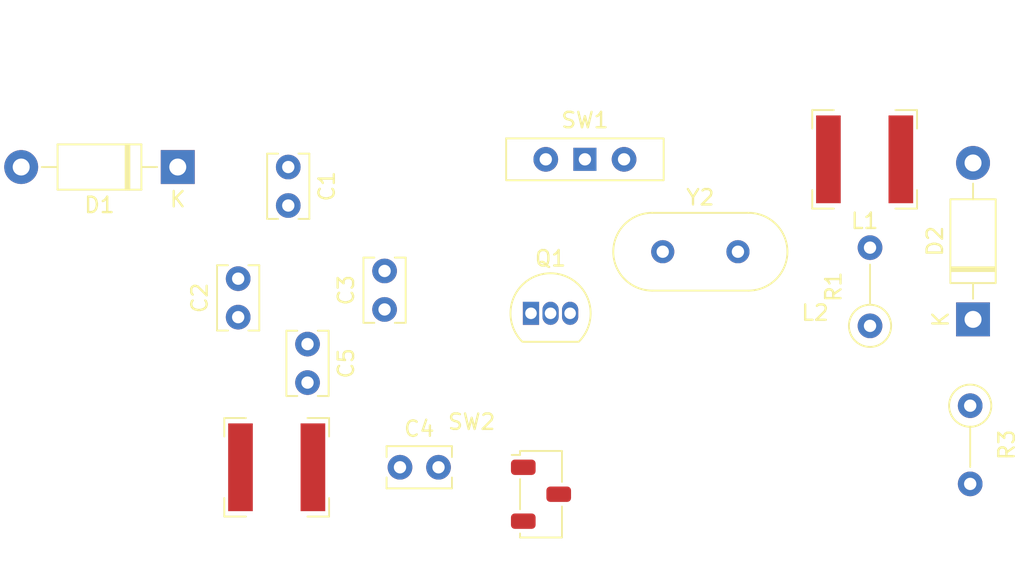
<source format=kicad_pcb>
(kicad_pcb (version 20240108) (generator "pcbnew") (generator_version "8.0")
  (layers (0 "F.Cu" signal) (31 "B.Cu" signal) (34 "B.Paste" user) (35 "F.Paste" user) (36 "B.SilkS" user "B.Silkscreen") (37 "F.SilkS" user "F.Silkscreen") (38 "B.Mask" user) (39 "F.Mask" user) (44 "Edge.Cuts" user))
  (net 0 "")
  (net 1 "Net-(D1-K)")
  (net 2 "Earth")
  (net 3 "Net-(C2-Pad1)")
  (net 4 "Net-(Q1-E)")
  (net 5 "Net-(J1-In)")
  (net 6 "Net-(Q1-C)")
  (net 7 "Net-(D1-A)")
  (net 8 "Net-(D2-A)")
  (net 9 "Net-(D2-K)")
  (net 10 "Net-(Q1-B)")
  (footprint "Resistor_THT:R_Axial_DIN0207_L6.3mm_D2.5mm_P5.08mm_Vertical" (layer "F.Cu") (at 169 75.815 90)
    (property "Reference" "R1" (at 2.54 -2.37 90) (layer "F.SilkS"))
    (property "Value" "R")
    (fp_line (start 1.37 0) (end 3.98 0) (stroke (width 0.12)) (layer "F.SilkS"))
    (fp_circle (center 0 0) (end 1.37 0) (stroke (width 0.12)) (fill none) (layer "F.SilkS"))
    (pad "1" thru_hole circle (at 0 0 90) (size 1.6 1.6) (drill 0.8) (layers "*.Cu" "*.Mask") (net 10 "Net-(Q1-B)"))
    (pad "2" thru_hole oval (at 5.08 0 90) (size 1.6 1.6) (drill 0.8) (layers "*.Cu" "*.Mask") (net 8 "Net-(D2-A)"))
  )
  (footprint "Capacitor_THT:C_Rect_L4.0mm_W2.5mm_P2.50mm" (layer "F.Cu") (at 131.25 65.5 -90)
    (property "Reference" "C1" (at 1.25 -2.5 90) (layer "F.SilkS"))
    (property "Value" "C")
    (fp_line (start -0.87 1.37) (end 3.37 1.37) (stroke (width 0.12)) (layer "F.SilkS"))
    (fp_line (start -0.87 0.665) (end -0.87 1.37) (stroke (width 0.12)) (layer "F.SilkS"))
    (fp_line (start 3.37 0.665) (end 3.37 1.37) (stroke (width 0.12)) (layer "F.SilkS"))
    (fp_line (start -0.87 -1.37) (end -0.87 -0.665) (stroke (width 0.12)) (layer "F.SilkS"))
    (fp_line (start -0.87 -1.37) (end 3.37 -1.37) (stroke (width 0.12)) (layer "F.SilkS"))
    (fp_line (start 3.37 -1.37) (end 3.37 -0.665) (stroke (width 0.12)) (layer "F.SilkS"))
    (pad "1" thru_hole circle (at 0 0 270) (size 1.6 1.6) (drill 0.8) (layers "*.Cu" "*.Mask") (net 1 "Net-(D1-K)"))
    (pad "2" thru_hole circle (at 2.5 0 270) (size 1.6 1.6) (drill 0.8) (layers "*.Cu" "*.Mask") (net 2 "Earth"))
  )
  (footprint "Button_Switch_SMD:Nidec_Copal_CAS-120A" (layer "F.Cu") (at 147.65 86.75)
    (property "Reference" "SW2" (at -4.5 -4.7 0) (layer "F.SilkS"))
    (property "Value" "SW_Nidec_CAS-120A1")
    (fp_line (start -1.36 -2.81) (end 1.36 -2.81) (stroke (width 0.12)) (layer "F.SilkS"))
    (fp_line (start -1.36 -2.55) (end -1.9 -2.55) (stroke (width 0.12)) (layer "F.SilkS"))
    (fp_line (start -1.36 -2.55) (end -1.36 -2.8) (stroke (width 0.12)) (layer "F.SilkS"))
    (fp_line (start -1.36 -0.98) (end -1.36 0.98) (stroke (width 0.12)) (layer "F.SilkS"))
    (fp_line (start -1.36 2.81) (end -1.36 2.55) (stroke (width 0.12)) (layer "F.SilkS"))
    (fp_line (start 1.35 2.81) (end -1.35 2.81) (stroke (width 0.12)) (layer "F.SilkS"))
    (fp_line (start 1.36 -2.81) (end 1.36 -0.8) (stroke (width 0.12)) (layer "F.SilkS"))
    (fp_line (start 1.36 0.8) (end 1.36 2.81) (stroke (width 0.12)) (layer "F.SilkS"))
    (pad "1" smd roundrect (at -1.15 -1.75 270) (size 1 1.6) (layers "F.Cu" "F.Paste" "F.Mask") (net 2 "Earth"))
    (pad "2" smd roundrect (at 1.15 0 270) (size 1 1.6) (layers "F.Cu" "F.Paste" "F.Mask") (net 4 "Net-(Q1-E)"))
    (pad "3" smd roundrect (at -1.15 1.75 270) (size 1 1.6) (layers "F.Cu" "F.Paste" "F.Mask"))
  )
  (footprint "Capacitor_THT:C_Rect_L4.0mm_W2.5mm_P2.50mm" (layer "F.Cu") (at 132.5 77 -90)
    (property "Reference" "C5" (at 1.25 -2.5 90) (layer "F.SilkS"))
    (property "Value" "C")
    (fp_line (start -0.87 1.37) (end 3.37 1.37) (stroke (width 0.12)) (layer "F.SilkS"))
    (fp_line (start -0.87 0.665) (end -0.87 1.37) (stroke (width 0.12)) (layer "F.SilkS"))
    (fp_line (start 3.37 0.665) (end 3.37 1.37) (stroke (width 0.12)) (layer "F.SilkS"))
    (fp_line (start -0.87 -1.37) (end -0.87 -0.665) (stroke (width 0.12)) (layer "F.SilkS"))
    (fp_line (start -0.87 -1.37) (end 3.37 -1.37) (stroke (width 0.12)) (layer "F.SilkS"))
    (fp_line (start 3.37 -1.37) (end 3.37 -0.665) (stroke (width 0.12)) (layer "F.SilkS"))
    (pad "1" thru_hole circle (at 0 0 270) (size 1.6 1.6) (drill 0.8) (layers "*.Cu" "*.Mask") (net 6 "Net-(Q1-C)"))
    (pad "2" thru_hole circle (at 2.5 0 270) (size 1.6 1.6) (drill 0.8) (layers "*.Cu" "*.Mask") (net 3 "Net-(C2-Pad1)"))
  )
  (footprint "Diode_THT:D_DO-41_SOD81_P10.16mm_Horizontal" (layer "F.Cu") (at 175.685 75.395 90)
    (property "Reference" "D2" (at 5.08 -2.47 90) (layer "F.SilkS"))
    (property "Value" "1N4001")
    (fp_line (start 7.8 -1.47) (end 2.36 -1.47) (stroke (width 0.12)) (layer "F.SilkS"))
    (fp_line (start 3.38 -1.47) (end 3.38 1.47) (stroke (width 0.12)) (layer "F.SilkS"))
    (fp_line (start 3.26 -1.47) (end 3.26 1.47) (stroke (width 0.12)) (layer "F.SilkS"))
    (fp_line (start 3.14 -1.47) (end 3.14 1.47) (stroke (width 0.12)) (layer "F.SilkS"))
    (fp_line (start 2.36 -1.47) (end 2.36 1.47) (stroke (width 0.12)) (layer "F.SilkS"))
    (fp_line (start 8.82 0) (end 7.8 0) (stroke (width 0.12)) (layer "F.SilkS"))
    (fp_line (start 1.34 0) (end 2.36 0) (stroke (width 0.12)) (layer "F.SilkS"))
    (fp_line (start 7.8 1.47) (end 7.8 -1.47) (stroke (width 0.12)) (layer "F.SilkS"))
    (fp_line (start 2.36 1.47) (end 7.8 1.47) (stroke (width 0.12)) (layer "F.SilkS"))
    (fp_text user "K" (at 0 -2.1 90) (layer "F.SilkS"))
    (pad "1" thru_hole rect (at 0 0 90) (size 2.2 2.2) (drill 1.1) (layers "*.Cu" "*.Mask") (net 9 "Net-(D2-K)"))
    (pad "2" thru_hole oval (at 10.16 0 90) (size 2.2 2.2) (drill 1.1) (layers "*.Cu" "*.Mask") (net 8 "Net-(D2-A)"))
  )
  (footprint "Package_TO_SOT_THT:TO-92_Inline" (layer "F.Cu") (at 147 75)
    (property "Reference" "Q1" (at 1.27 -3.56 0) (layer "F.SilkS"))
    (property "Value" "2N3906")
    (fp_line (start -0.53 1.85) (end 3.07 1.85) (stroke (width 0.12)) (layer "F.SilkS"))
    (fp_arc (start -0.568478 1.838478) (mid -1.132087 -0.994977) (end 1.27 -2.6) (stroke (width 0.12)) (layer "F.SilkS"))
    (fp_arc (start 1.27 -2.6) (mid 3.672087 -0.994977) (end 3.108478 1.838478) (stroke (width 0.12)) (layer "F.SilkS"))
    (pad "1" thru_hole rect (at 0 0) (size 1.05 1.5) (drill 0.75) (layers "*.Cu" "*.Mask") (net 4 "Net-(Q1-E)"))
    (pad "2" thru_hole oval (at 1.27 0) (size 1.05 1.5) (drill 0.75) (layers "*.Cu" "*.Mask") (net 10 "Net-(Q1-B)"))
    (pad "3" thru_hole oval (at 2.54 0) (size 1.05 1.5) (drill 0.75) (layers "*.Cu" "*.Mask") (net 6 "Net-(Q1-C)"))
  )
  (footprint "Diode_THT:D_DO-41_SOD81_P10.16mm_Horizontal" (layer "F.Cu") (at 124.08 65.5 180)
    (property "Reference" "D1" (at 5.08 -2.47 360) (layer "F.SilkS"))
    (property "Value" "1N4001")
    (fp_line (start 8.82 0) (end 7.8 0) (stroke (width 0.12)) (layer "F.SilkS"))
    (fp_line (start 7.8 1.47) (end 7.8 -1.47) (stroke (width 0.12)) (layer "F.SilkS"))
    (fp_line (start 7.8 -1.47) (end 2.36 -1.47) (stroke (width 0.12)) (layer "F.SilkS"))
    (fp_line (start 3.38 -1.47) (end 3.38 1.47) (stroke (width 0.12)) (layer "F.SilkS"))
    (fp_line (start 3.26 -1.47) (end 3.26 1.47) (stroke (width 0.12)) (layer "F.SilkS"))
    (fp_line (start 3.14 -1.47) (end 3.14 1.47) (stroke (width 0.12)) (layer "F.SilkS"))
    (fp_line (start 2.36 1.47) (end 7.8 1.47) (stroke (width 0.12)) (layer "F.SilkS"))
    (fp_line (start 2.36 -1.47) (end 2.36 1.47) (stroke (width 0.12)) (layer "F.SilkS"))
    (fp_line (start 1.34 0) (end 2.36 0) (stroke (width 0.12)) (layer "F.SilkS"))
    (fp_text user "K" (at 0 -2.1 360) (layer "F.SilkS"))
    (pad "1" thru_hole rect (at 0 0 180) (size 2.2 2.2) (drill 1.1) (layers "*.Cu" "*.Mask") (net 1 "Net-(D1-K)"))
    (pad "2" thru_hole oval (at 10.16 0 180) (size 2.2 2.2) (drill 1.1) (layers "*.Cu" "*.Mask") (net 7 "Net-(D1-A)"))
  )
  (footprint "Crystal:Crystal_HC49-U_Vertical" (layer "F.Cu") (at 155.55 71)
    (property "Reference" "Y2" (at 2.44 -3.525 0) (layer "F.SilkS"))
    (property "Value" "Crystal")
    (fp_line (start -0.685 -2.525) (end 5.565 -2.525) (stroke (width 0.12)) (layer "F.SilkS"))
    (fp_line (start -0.685 2.525) (end 5.565 2.525) (stroke (width 0.12)) (layer "F.SilkS"))
    (fp_arc (start -0.685 2.525) (mid -3.21 0) (end -0.685 -2.525) (stroke (width 0.12)) (layer "F.SilkS"))
    (fp_arc (start 5.565 -2.525) (mid 8.09 0) (end 5.565 2.525) (stroke (width 0.12)) (layer "F.SilkS"))
    (pad "1" thru_hole circle (at 0 0) (size 1.5 1.5) (drill 0.8) (layers "*.Cu" "*.Mask") (net 10 "Net-(Q1-B)"))
    (pad "2" thru_hole circle (at 4.88 0) (size 1.5 1.5) (drill 0.8) (layers "*.Cu" "*.Mask") (net 6 "Net-(Q1-C)"))
  )
  (footprint "Inductor_SMD:L_Bourns-SRN6028" (layer "F.Cu") (at 130.5 85)
    (property "Reference" "L2" (at 34.935 -10.035 0) (layer "F.SilkS"))
    (property "Value" "L")
    (fp_line (start -3.4 -3.2) (end -3.4 -2) (stroke (width 0.12)) (layer "F.SilkS"))
    (fp_line (start -3.4 -3.2) (end -2 -3.2) (stroke (width 0.12)) (layer "F.SilkS"))
    (fp_line (start -3.4 3.2) (end -3.4 2) (stroke (width 0.12)) (layer "F.SilkS"))
    (fp_line (start -3.4 3.2) (end -2 3.2) (stroke (width 0.12)) (layer "F.SilkS"))
    (fp_line (start 3.4 -3.2) (end 2 -3.2) (stroke (width 0.12)) (layer "F.SilkS"))
    (fp_line (start 3.4 -3.2) (end 3.4 -2) (stroke (width 0.12)) (layer "F.SilkS"))
    (fp_line (start 3.4 3.2) (end 2 3.2) (stroke (width 0.12)) (layer "F.SilkS"))
    (fp_line (start 3.4 3.2) (end 3.4 2) (stroke (width 0.12)) (layer "F.SilkS"))
    (pad "1" smd rect (at -2.35 0) (size 1.6 5.7) (layers "F.Cu" "F.Paste" "F.Mask") (net 3 "Net-(C2-Pad1)"))
    (pad "2" smd rect (at 2.35 0) (size 1.6 5.7) (layers "F.Cu" "F.Paste" "F.Mask") (net 5 "Net-(J1-In)"))
  )
  (footprint "Capacitor_THT:C_Rect_L4.0mm_W2.5mm_P2.50mm" (layer "F.Cu") (at 138.5 85)
    (property "Reference" "C4" (at 1.25 -2.5 0) (layer "F.SilkS"))
    (property "Value" "C")
    (fp_line (start -0.87 -1.37) (end -0.87 -0.665) (stroke (width 0.12)) (layer "F.SilkS"))
    (fp_line (start -0.87 -1.37) (end 3.37 -1.37) (stroke (width 0.12)) (layer "F.SilkS"))
    (fp_line (start -0.87 0.665) (end -0.87 1.37) (stroke (width 0.12)) (layer "F.SilkS"))
    (fp_line (start -0.87 1.37) (end 3.37 1.37) (stroke (width 0.12)) (layer "F.SilkS"))
    (fp_line (start 3.37 -1.37) (end 3.37 -0.665) (stroke (width 0.12)) (layer "F.SilkS"))
    (fp_line (start 3.37 0.665) (end 3.37 1.37) (stroke (width 0.12)) (layer "F.SilkS"))
    (pad "1" thru_hole circle (at 0 0) (size 1.6 1.6) (drill 0.8) (layers "*.Cu" "*.Mask") (net 5 "Net-(J1-In)"))
    (pad "2" thru_hole circle (at 2.5 0) (size 1.6 1.6) (drill 0.8) (layers "*.Cu" "*.Mask") (net 2 "Earth"))
  )
  (footprint "Button_Switch_THT:SW_Slide-03_Wuerth-WS-SLTV_10x2.5x6.4_P2.54mm" (layer "F.Cu") (at 150.5 65)
    (property "Reference" "SW1" (at 0 -2.54 0) (layer "F.SilkS"))
    (property "Value" "SW_Wuerth_450301014042")
    (fp_rect (start -5.11 -1.36) (end 5.11 1.36) (stroke (width 0.12)) (fill none) (layer "F.SilkS"))
    (pad "1" thru_hole rect (at 0 0) (size 1.5 1.5) (drill 0.8) (layers "*.Cu" "*.Mask") (net 1 "Net-(D1-K)"))
    (pad "2" thru_hole circle (at -2.54 0) (size 1.6 1.6) (drill 0.8) (layers "*.Cu" "*.Mask"))
    (pad "3" thru_hole circle (at 2.54 0) (size 1.6 1.6) (drill 0.8) (layers "*.Cu" "*.Mask") (net 8 "Net-(D2-A)"))
  )
  (footprint "Capacitor_THT:C_Rect_L4.0mm_W2.5mm_P2.50mm" (layer "F.Cu") (at 137.5 74.75 90)
    (property "Reference" "C3" (at 1.25 -2.5 90) (layer "F.SilkS"))
    (property "Value" "C")
    (fp_line (start 3.37 -1.37) (end 3.37 -0.665) (stroke (width 0.12)) (layer "F.SilkS"))
    (fp_line (start -0.87 -1.37) (end 3.37 -1.37) (stroke (width 0.12)) (layer "F.SilkS"))
    (fp_line (start -0.87 -1.37) (end -0.87 -0.665) (stroke (width 0.12)) (layer "F.SilkS"))
    (fp_line (start 3.37 0.665) (end 3.37 1.37) (stroke (width 0.12)) (layer "F.SilkS"))
    (fp_line (start -0.87 0.665) (end -0.87 1.37) (stroke (width 0.12)) (layer "F.SilkS"))
    (fp_line (start -0.87 1.37) (end 3.37 1.37) (stroke (width 0.12)) (layer "F.SilkS"))
    (pad "1" thru_hole circle (at 0 0 90) (size 1.6 1.6) (drill 0.8) (layers "*.Cu" "*.Mask") (net 4 "Net-(Q1-E)"))
    (pad "2" thru_hole circle (at 2.5 0 90) (size 1.6 1.6) (drill 0.8) (layers "*.Cu" "*.Mask") (net 2 "Earth"))
  )
  (footprint "Capacitor_THT:C_Rect_L4.0mm_W2.5mm_P2.50mm" (layer "F.Cu") (at 128 75.25 90)
    (property "Reference" "C2" (at 1.25 -2.5 90) (layer "F.SilkS"))
    (property "Value" "C")
    (fp_line (start 3.37 -1.37) (end 3.37 -0.665) (stroke (width 0.12)) (layer "F.SilkS"))
    (fp_line (start -0.87 -1.37) (end 3.37 -1.37) (stroke (width 0.12)) (layer "F.SilkS"))
    (fp_line (start -0.87 -1.37) (end -0.87 -0.665) (stroke (width 0.12)) (layer "F.SilkS"))
    (fp_line (start 3.37 0.665) (end 3.37 1.37) (stroke (width 0.12)) (layer "F.SilkS"))
    (fp_line (start -0.87 0.665) (end -0.87 1.37) (stroke (width 0.12)) (layer "F.SilkS"))
    (fp_line (start -0.87 1.37) (end 3.37 1.37) (stroke (width 0.12)) (layer "F.SilkS"))
    (pad "1" thru_hole circle (at 0 0 90) (size 1.6 1.6) (drill 0.8) (layers "*.Cu" "*.Mask") (net 3 "Net-(C2-Pad1)"))
    (pad "2" thru_hole circle (at 2.5 0 90) (size 1.6 1.6) (drill 0.8) (layers "*.Cu" "*.Mask") (net 2 "Earth"))
  )
  (footprint "Resistor_THT:R_Axial_DIN0207_L6.3mm_D2.5mm_P5.08mm_Vertical" (layer "F.Cu") (at 175.5 81 -90)
    (property "Reference" "R3" (at 2.54 -2.37 90) (layer "F.SilkS"))
    (property "Value" "R")
    (fp_line (start 1.37 0) (end 3.98 0) (stroke (width 0.12)) (layer "F.SilkS"))
    (fp_circle (center 0 0) (end 1.37 0) (stroke (width 0.12)) (fill none) (layer "F.SilkS"))
    (pad "1" thru_hole circle (at 0 0 270) (size 1.6 1.6) (drill 0.8) (layers "*.Cu" "*.Mask") (net 9 "Net-(D2-K)"))
    (pad "2" thru_hole oval (at 5.08 0 270) (size 1.6 1.6) (drill 0.8) (layers "*.Cu" "*.Mask") (net 2 "Earth"))
  )
  (footprint "Inductor_SMD:L_Bourns-SRN6028" (layer "F.Cu") (at 168.65 65)
    (property "Reference" "L1" (at 0 4 0) (layer "F.SilkS"))
    (property "Value" "L")
    (fp_line (start -3.4 -3.2) (end -3.4 -2) (stroke (width 0.12)) (layer "F.SilkS"))
    (fp_line (start -3.4 -3.2) (end -2 -3.2) (stroke (width 0.12)) (layer "F.SilkS"))
    (fp_line (start -3.4 3.2) (end -3.4 2) (stroke (width 0.12)) (layer "F.SilkS"))
    (fp_line (start -3.4 3.2) (end -2 3.2) (stroke (width 0.12)) (layer "F.SilkS"))
    (fp_line (start 3.4 -3.2) (end 2 -3.2) (stroke (width 0.12)) (layer "F.SilkS"))
    (fp_line (start 3.4 -3.2) (end 3.4 -2) (stroke (width 0.12)) (layer "F.SilkS"))
    (fp_line (start 3.4 3.2) (end 2 3.2) (stroke (width 0.12)) (layer "F.SilkS"))
    (fp_line (start 3.4 3.2) (end 3.4 2) (stroke (width 0.12)) (layer "F.SilkS"))
    (pad "1" smd rect (at -2.35 0) (size 1.6 5.7) (layers "F.Cu" "F.Paste" "F.Mask") (net 6 "Net-(Q1-C)"))
    (pad "2" smd rect (at 2.35 0) (size 1.6 5.7) (layers "F.Cu" "F.Paste" "F.Mask") (net 8 "Net-(D2-A)"))
  )
)
</source>
